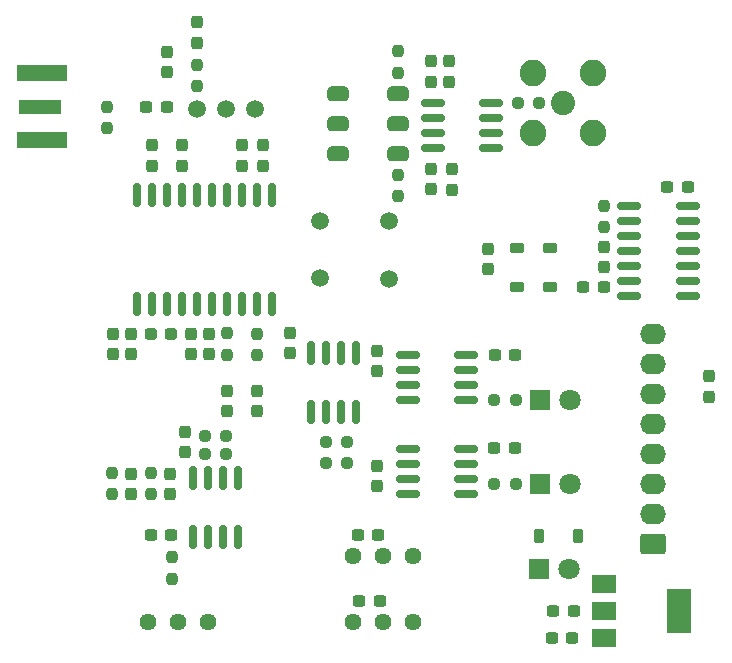
<source format=gbr>
%TF.GenerationSoftware,KiCad,Pcbnew,7.0.6-0*%
%TF.CreationDate,2023-12-30T17:27:14-06:00*%
%TF.ProjectId,IF_AND_DEMOD,49465f41-4e44-45f4-9445-4d4f442e6b69,rev?*%
%TF.SameCoordinates,Original*%
%TF.FileFunction,Soldermask,Top*%
%TF.FilePolarity,Negative*%
%FSLAX46Y46*%
G04 Gerber Fmt 4.6, Leading zero omitted, Abs format (unit mm)*
G04 Created by KiCad (PCBNEW 7.0.6-0) date 2023-12-30 17:27:14*
%MOMM*%
%LPD*%
G01*
G04 APERTURE LIST*
G04 Aperture macros list*
%AMRoundRect*
0 Rectangle with rounded corners*
0 $1 Rounding radius*
0 $2 $3 $4 $5 $6 $7 $8 $9 X,Y pos of 4 corners*
0 Add a 4 corners polygon primitive as box body*
4,1,4,$2,$3,$4,$5,$6,$7,$8,$9,$2,$3,0*
0 Add four circle primitives for the rounded corners*
1,1,$1+$1,$2,$3*
1,1,$1+$1,$4,$5*
1,1,$1+$1,$6,$7*
1,1,$1+$1,$8,$9*
0 Add four rect primitives between the rounded corners*
20,1,$1+$1,$2,$3,$4,$5,0*
20,1,$1+$1,$4,$5,$6,$7,0*
20,1,$1+$1,$6,$7,$8,$9,0*
20,1,$1+$1,$8,$9,$2,$3,0*%
G04 Aperture macros list end*
%ADD10RoundRect,0.237500X0.300000X0.237500X-0.300000X0.237500X-0.300000X-0.237500X0.300000X-0.237500X0*%
%ADD11RoundRect,0.237500X0.250000X0.237500X-0.250000X0.237500X-0.250000X-0.237500X0.250000X-0.237500X0*%
%ADD12RoundRect,0.237500X-0.237500X0.250000X-0.237500X-0.250000X0.237500X-0.250000X0.237500X0.250000X0*%
%ADD13RoundRect,0.225000X0.375000X-0.225000X0.375000X0.225000X-0.375000X0.225000X-0.375000X-0.225000X0*%
%ADD14RoundRect,0.237500X-0.300000X-0.237500X0.300000X-0.237500X0.300000X0.237500X-0.300000X0.237500X0*%
%ADD15RoundRect,0.237500X-0.250000X-0.237500X0.250000X-0.237500X0.250000X0.237500X-0.250000X0.237500X0*%
%ADD16RoundRect,0.237500X0.237500X-0.300000X0.237500X0.300000X-0.237500X0.300000X-0.237500X-0.300000X0*%
%ADD17RoundRect,0.150000X-0.825000X-0.150000X0.825000X-0.150000X0.825000X0.150000X-0.825000X0.150000X0*%
%ADD18RoundRect,0.237500X-0.237500X0.300000X-0.237500X-0.300000X0.237500X-0.300000X0.237500X0.300000X0*%
%ADD19RoundRect,0.150000X0.150000X-0.825000X0.150000X0.825000X-0.150000X0.825000X-0.150000X-0.825000X0*%
%ADD20RoundRect,0.225000X0.225000X0.375000X-0.225000X0.375000X-0.225000X-0.375000X0.225000X-0.375000X0*%
%ADD21RoundRect,0.237500X0.237500X-0.250000X0.237500X0.250000X-0.237500X0.250000X-0.237500X-0.250000X0*%
%ADD22R,3.600000X1.270000*%
%ADD23R,4.200000X1.350000*%
%ADD24RoundRect,0.237500X0.287500X0.237500X-0.287500X0.237500X-0.287500X-0.237500X0.287500X-0.237500X0*%
%ADD25RoundRect,0.150000X0.150000X-0.875000X0.150000X0.875000X-0.150000X0.875000X-0.150000X-0.875000X0*%
%ADD26RoundRect,0.317500X-0.572500X0.317500X-0.572500X-0.317500X0.572500X-0.317500X0.572500X0.317500X0*%
%ADD27RoundRect,0.225000X-0.375000X0.225000X-0.375000X-0.225000X0.375000X-0.225000X0.375000X0.225000X0*%
%ADD28R,2.000000X1.500000*%
%ADD29R,2.000000X3.800000*%
%ADD30C,1.500000*%
%ADD31R,1.800000X1.800000*%
%ADD32C,1.800000*%
%ADD33C,1.440000*%
%ADD34RoundRect,0.250000X0.845000X-0.620000X0.845000X0.620000X-0.845000X0.620000X-0.845000X-0.620000X0*%
%ADD35O,2.190000X1.740000*%
%ADD36C,2.050000*%
%ADD37C,2.250000*%
G04 APERTURE END LIST*
D10*
%TO.C,C27*%
X113157000Y-152527000D03*
X111432000Y-152527000D03*
%TD*%
D11*
%TO.C,R9*%
X91463500Y-167386000D03*
X89638500Y-167386000D03*
%TD*%
D12*
%TO.C,R16*%
X71501000Y-168251500D03*
X71501000Y-170076500D03*
%TD*%
D13*
%TO.C,D4*%
X105791000Y-152527000D03*
X105791000Y-149227000D03*
%TD*%
D14*
%TO.C,C29*%
X108790000Y-182245000D03*
X110515000Y-182245000D03*
%TD*%
D15*
%TO.C,R13*%
X79375000Y-166624000D03*
X81200000Y-166624000D03*
%TD*%
D16*
%TO.C,C26*%
X113157000Y-150823000D03*
X113157000Y-149098000D03*
%TD*%
D12*
%TO.C,R4*%
X95758000Y-132541000D03*
X95758000Y-134366000D03*
%TD*%
D16*
%TO.C,C21*%
X93980000Y-169365000D03*
X93980000Y-167640000D03*
%TD*%
D17*
%TO.C,U5*%
X96585000Y-158242000D03*
X96585000Y-159512000D03*
X96585000Y-160782000D03*
X96585000Y-162052000D03*
X101535000Y-162052000D03*
X101535000Y-160782000D03*
X101535000Y-159512000D03*
X101535000Y-158242000D03*
%TD*%
D18*
%TO.C,C28*%
X103378000Y-149278000D03*
X103378000Y-151003000D03*
%TD*%
%TO.C,C15*%
X100076000Y-133403000D03*
X100076000Y-135128000D03*
%TD*%
D10*
%TO.C,C24*%
X105611000Y-166116000D03*
X103886000Y-166116000D03*
%TD*%
D12*
%TO.C,R7*%
X83820000Y-156464000D03*
X83820000Y-158289000D03*
%TD*%
D16*
%TO.C,C6*%
X78232000Y-158189000D03*
X78232000Y-156464000D03*
%TD*%
D11*
%TO.C,R8*%
X91440000Y-165608000D03*
X89615000Y-165608000D03*
%TD*%
D16*
%TO.C,C5*%
X79756000Y-158189000D03*
X79756000Y-156464000D03*
%TD*%
D18*
%TO.C,C20*%
X93980000Y-157887500D03*
X93980000Y-159612500D03*
%TD*%
D16*
%TO.C,C32*%
X76454000Y-170053000D03*
X76454000Y-168328000D03*
%TD*%
%TO.C,C8*%
X71628000Y-158189000D03*
X71628000Y-156464000D03*
%TD*%
D12*
%TO.C,R17*%
X76581000Y-175387000D03*
X76581000Y-177212000D03*
%TD*%
D11*
%TO.C,R14*%
X81200000Y-165100000D03*
X79375000Y-165100000D03*
%TD*%
D18*
%TO.C,C4*%
X77470000Y-140515000D03*
X77470000Y-142240000D03*
%TD*%
D19*
%TO.C,U3*%
X88392000Y-163068000D03*
X89662000Y-163068000D03*
X90932000Y-163068000D03*
X92202000Y-163068000D03*
X92202000Y-158118000D03*
X90932000Y-158118000D03*
X89662000Y-158118000D03*
X88392000Y-158118000D03*
%TD*%
D20*
%TO.C,D6*%
X111021000Y-173609000D03*
X107721000Y-173609000D03*
%TD*%
D21*
%TO.C,R12*%
X113157000Y-147447000D03*
X113157000Y-145622000D03*
%TD*%
D18*
%TO.C,C16*%
X81280000Y-161290000D03*
X81280000Y-163015000D03*
%TD*%
%TO.C,C35*%
X122047000Y-160073000D03*
X122047000Y-161798000D03*
%TD*%
D12*
%TO.C,R15*%
X74803000Y-168228000D03*
X74803000Y-170053000D03*
%TD*%
%TO.C,R3*%
X95758000Y-143002000D03*
X95758000Y-144827000D03*
%TD*%
D17*
%TO.C,U6*%
X96585000Y-166243000D03*
X96585000Y-167513000D03*
X96585000Y-168783000D03*
X96585000Y-170053000D03*
X101535000Y-170053000D03*
X101535000Y-168783000D03*
X101535000Y-167513000D03*
X101535000Y-166243000D03*
%TD*%
D18*
%TO.C,C34*%
X73152000Y-168328000D03*
X73152000Y-170053000D03*
%TD*%
D22*
%TO.C,J1*%
X65422500Y-137240000D03*
D23*
X65622500Y-134415000D03*
X65622500Y-140065000D03*
%TD*%
D18*
%TO.C,C2*%
X76200000Y-132588000D03*
X76200000Y-134313000D03*
%TD*%
D24*
%TO.C,FB1*%
X76567000Y-156464000D03*
X74817000Y-156464000D03*
%TD*%
D16*
%TO.C,C11*%
X82550000Y-142240000D03*
X82550000Y-140515000D03*
%TD*%
D12*
%TO.C,R6*%
X81280000Y-156417000D03*
X81280000Y-158242000D03*
%TD*%
D17*
%TO.C,U2*%
X98682000Y-136906000D03*
X98682000Y-138176000D03*
X98682000Y-139446000D03*
X98682000Y-140716000D03*
X103632000Y-140716000D03*
X103632000Y-139446000D03*
X103632000Y-138176000D03*
X103632000Y-136906000D03*
%TD*%
D15*
%TO.C,R10*%
X103886000Y-162052000D03*
X105711000Y-162052000D03*
%TD*%
D10*
%TO.C,C22*%
X105664000Y-158242000D03*
X103939000Y-158242000D03*
%TD*%
D17*
%TO.C,U4*%
X115316000Y-145669000D03*
X115316000Y-146939000D03*
X115316000Y-148209000D03*
X115316000Y-149479000D03*
X115316000Y-150749000D03*
X115316000Y-152019000D03*
X115316000Y-153289000D03*
X120266000Y-153289000D03*
X120266000Y-152019000D03*
X120266000Y-150749000D03*
X120266000Y-149479000D03*
X120266000Y-148209000D03*
X120266000Y-146939000D03*
X120266000Y-145669000D03*
%TD*%
D10*
%TO.C,C33*%
X76528000Y-173482000D03*
X74803000Y-173482000D03*
%TD*%
D18*
%TO.C,C13*%
X100330000Y-142547000D03*
X100330000Y-144272000D03*
%TD*%
%TO.C,C19*%
X86614000Y-156363500D03*
X86614000Y-158088500D03*
%TD*%
D16*
%TO.C,C7*%
X73152000Y-158189000D03*
X73152000Y-156464000D03*
%TD*%
D14*
%TO.C,C1*%
X74424200Y-137236200D03*
X76149200Y-137236200D03*
%TD*%
D16*
%TO.C,C12*%
X98552000Y-144219000D03*
X98552000Y-142494000D03*
%TD*%
D25*
%TO.C,U1*%
X73660000Y-153979500D03*
X74930000Y-153979500D03*
X76200000Y-153979500D03*
X77470000Y-153979500D03*
X78740000Y-153979500D03*
X80010000Y-153979500D03*
X81280000Y-153979500D03*
X82550000Y-153979500D03*
X83820000Y-153979500D03*
X85090000Y-153979500D03*
X85090000Y-144679500D03*
X83820000Y-144679500D03*
X82550000Y-144679500D03*
X81280000Y-144679500D03*
X80010000Y-144679500D03*
X78740000Y-144679500D03*
X77470000Y-144679500D03*
X76200000Y-144679500D03*
X74930000Y-144679500D03*
X73660000Y-144679500D03*
%TD*%
D26*
%TO.C,T1*%
X95758000Y-136144000D03*
X95758000Y-138684000D03*
X95758000Y-141224000D03*
X90678000Y-141224000D03*
X90678000Y-138684000D03*
X90678000Y-136144000D03*
%TD*%
D27*
%TO.C,D3*%
X108585000Y-149226000D03*
X108585000Y-152526000D03*
%TD*%
D16*
%TO.C,C14*%
X98552000Y-135128000D03*
X98552000Y-133403000D03*
%TD*%
D10*
%TO.C,C30*%
X110615500Y-179959000D03*
X108890500Y-179959000D03*
%TD*%
D12*
%TO.C,R1*%
X71120000Y-137240000D03*
X71120000Y-139065000D03*
%TD*%
D19*
%TO.C,U8*%
X78359000Y-173671000D03*
X79629000Y-173671000D03*
X80899000Y-173671000D03*
X82169000Y-173671000D03*
X82169000Y-168721000D03*
X80899000Y-168721000D03*
X79629000Y-168721000D03*
X78359000Y-168721000D03*
%TD*%
D14*
%TO.C,C23*%
X92472500Y-179070000D03*
X94197500Y-179070000D03*
%TD*%
D18*
%TO.C,C3*%
X74930000Y-140515000D03*
X74930000Y-142240000D03*
%TD*%
%TO.C,C17*%
X83820000Y-161290000D03*
X83820000Y-163015000D03*
%TD*%
D15*
%TO.C,R5*%
X105871000Y-136906000D03*
X107696000Y-136906000D03*
%TD*%
D18*
%TO.C,C31*%
X77724000Y-164745500D03*
X77724000Y-166470500D03*
%TD*%
D12*
%TO.C,R2*%
X78740000Y-133707500D03*
X78740000Y-135532500D03*
%TD*%
D16*
%TO.C,C10*%
X84328000Y-142240000D03*
X84328000Y-140515000D03*
%TD*%
D28*
%TO.C,U7*%
X113207000Y-177659000D03*
X113207000Y-179959000D03*
D29*
X119507000Y-179959000D03*
D28*
X113207000Y-182259000D03*
%TD*%
D18*
%TO.C,C9*%
X78740000Y-130101000D03*
X78740000Y-131826000D03*
%TD*%
D14*
%TO.C,C18*%
X118544000Y-144018000D03*
X120269000Y-144018000D03*
%TD*%
D15*
%TO.C,R11*%
X103886000Y-169164000D03*
X105711000Y-169164000D03*
%TD*%
D14*
%TO.C,C25*%
X92355500Y-173482000D03*
X94080500Y-173482000D03*
%TD*%
D30*
%TO.C,Y3*%
X94996000Y-151802000D03*
X94996000Y-146922000D03*
%TD*%
D31*
%TO.C,D2*%
X107743000Y-169164000D03*
D32*
X110283000Y-169164000D03*
%TD*%
D31*
%TO.C,D1*%
X107743000Y-162052000D03*
D32*
X110283000Y-162052000D03*
%TD*%
D30*
%TO.C,Y2*%
X89154000Y-146902000D03*
X89154000Y-151782000D03*
%TD*%
D31*
%TO.C,D5*%
X107721000Y-176403000D03*
D32*
X110261000Y-176403000D03*
%TD*%
D30*
%TO.C,Y1*%
X78740000Y-137414000D03*
X81180000Y-137414000D03*
X83620000Y-137414000D03*
%TD*%
D33*
%TO.C,RV2*%
X97028000Y-175260000D03*
X94488000Y-175260000D03*
X91948000Y-175260000D03*
%TD*%
%TO.C,RV1*%
X97054500Y-180848000D03*
X94514500Y-180848000D03*
X91974500Y-180848000D03*
%TD*%
D34*
%TO.C,J3*%
X117348000Y-174244000D03*
D35*
X117348000Y-171704000D03*
X117348000Y-169164000D03*
X117348000Y-166624000D03*
X117348000Y-164084000D03*
X117348000Y-161544000D03*
X117348000Y-159004000D03*
X117348000Y-156464000D03*
%TD*%
D33*
%TO.C,RV3*%
X79629000Y-180848000D03*
X77089000Y-180848000D03*
X74549000Y-180848000D03*
%TD*%
D36*
%TO.C,J2*%
X109728000Y-136906000D03*
D37*
X107188000Y-139446000D03*
X112268000Y-139446000D03*
X107188000Y-134366000D03*
X112268000Y-134366000D03*
%TD*%
M02*

</source>
